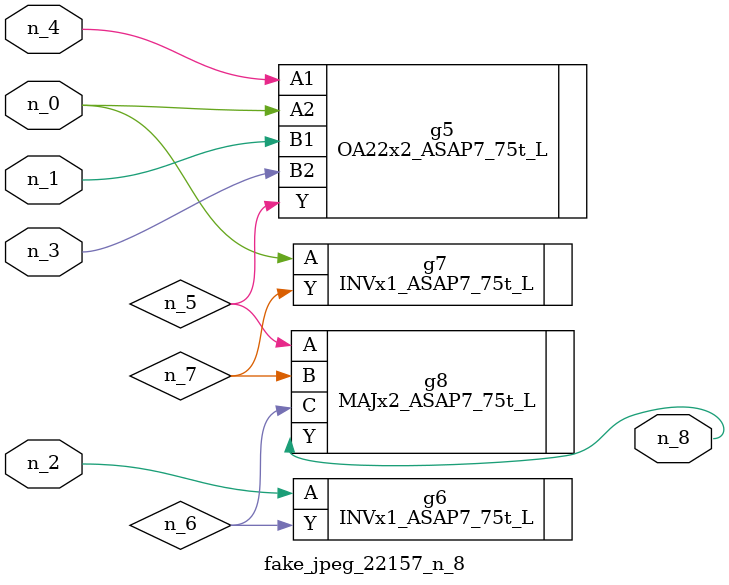
<source format=v>
module fake_jpeg_22157_n_8 (n_3, n_2, n_1, n_0, n_4, n_8);

input n_3;
input n_2;
input n_1;
input n_0;
input n_4;

output n_8;

wire n_6;
wire n_5;
wire n_7;

OA22x2_ASAP7_75t_L g5 ( 
.A1(n_4),
.A2(n_0),
.B1(n_1),
.B2(n_3),
.Y(n_5)
);

INVx1_ASAP7_75t_L g6 ( 
.A(n_2),
.Y(n_6)
);

INVx1_ASAP7_75t_L g7 ( 
.A(n_0),
.Y(n_7)
);

MAJx2_ASAP7_75t_L g8 ( 
.A(n_5),
.B(n_7),
.C(n_6),
.Y(n_8)
);


endmodule
</source>
